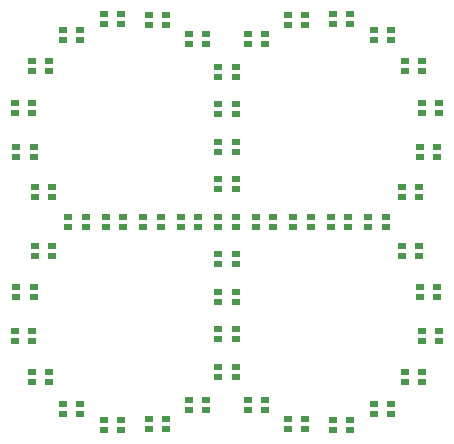
<source format=gbr>
G04 #@! TF.GenerationSoftware,KiCad,Pcbnew,5.0.2+dfsg1-1~bpo9+1*
G04 #@! TF.CreationDate,2019-04-10T18:13:28+03:00*
G04 #@! TF.ProjectId,kicad,6b696361-642e-46b6-9963-61645f706362,rev?*
G04 #@! TF.SameCoordinates,Original*
G04 #@! TF.FileFunction,Paste,Top*
G04 #@! TF.FilePolarity,Positive*
%FSLAX46Y46*%
G04 Gerber Fmt 4.6, Leading zero omitted, Abs format (unit mm)*
G04 Created by KiCad (PCBNEW 5.0.2+dfsg1-1~bpo9+1) date Wed 10 Apr 2019 06:13:28 PM MSK*
%MOMM*%
%LPD*%
G01*
G04 APERTURE LIST*
%ADD10R,0.736100X0.562900*%
G04 APERTURE END LIST*
D10*
G04 #@! TO.C,D49*
X122984000Y-102926000D03*
X122984000Y-103776000D03*
X124434000Y-103776000D03*
X124434000Y-102926000D03*
G04 #@! TD*
G04 #@! TO.C,D48*
X138492852Y-100426333D03*
X138492852Y-101276333D03*
X139942852Y-101276333D03*
X139942852Y-100426333D03*
G04 #@! TD*
G04 #@! TO.C,D47*
X120484333Y-87417147D03*
X120484333Y-88267147D03*
X121934333Y-88267147D03*
X121934333Y-87417147D03*
G04 #@! TD*
G04 #@! TO.C,D46*
X107475147Y-105425666D03*
X107475147Y-106275666D03*
X108925147Y-106275666D03*
X108925147Y-105425666D03*
G04 #@! TD*
G04 #@! TO.C,D45*
X125483666Y-118434852D03*
X125483666Y-119284852D03*
X126933666Y-119284852D03*
X126933666Y-118434852D03*
G04 #@! TD*
G04 #@! TO.C,D44*
X140081919Y-97018568D03*
X140081919Y-97868568D03*
X141531919Y-97868568D03*
X141531919Y-97018568D03*
G04 #@! TD*
G04 #@! TO.C,D43*
X117076568Y-85828080D03*
X117076568Y-86678080D03*
X118526568Y-86678080D03*
X118526568Y-85828080D03*
G04 #@! TD*
G04 #@! TO.C,D42*
X105886080Y-108833431D03*
X105886080Y-109683431D03*
X107336080Y-109683431D03*
X107336080Y-108833431D03*
G04 #@! TD*
G04 #@! TO.C,D41*
X128891431Y-120023919D03*
X128891431Y-120873919D03*
X130341431Y-120873919D03*
X130341431Y-120023919D03*
G04 #@! TD*
G04 #@! TO.C,D40*
X140191279Y-93260107D03*
X140191279Y-94110107D03*
X141641279Y-94110107D03*
X141641279Y-93260107D03*
G04 #@! TD*
G04 #@! TO.C,D39*
X113318107Y-85718720D03*
X113318107Y-86568720D03*
X114768107Y-86568720D03*
X114768107Y-85718720D03*
G04 #@! TD*
G04 #@! TO.C,D38*
X105776720Y-112591892D03*
X105776720Y-113441892D03*
X107226720Y-113441892D03*
X107226720Y-112591892D03*
G04 #@! TD*
G04 #@! TO.C,D37*
X132649892Y-120133279D03*
X132649892Y-120983279D03*
X134099892Y-120983279D03*
X134099892Y-120133279D03*
G04 #@! TD*
G04 #@! TO.C,D36*
X138803045Y-89765712D03*
X138803045Y-90615712D03*
X140253045Y-90615712D03*
X140253045Y-89765712D03*
G04 #@! TD*
G04 #@! TO.C,D35*
X109823712Y-87106954D03*
X109823712Y-87956954D03*
X111273712Y-87956954D03*
X111273712Y-87106954D03*
G04 #@! TD*
G04 #@! TO.C,D34*
X107164954Y-116086287D03*
X107164954Y-116936287D03*
X108614954Y-116936287D03*
X108614954Y-116086287D03*
G04 #@! TD*
G04 #@! TO.C,D33*
X136144287Y-118745045D03*
X136144287Y-119595045D03*
X137594287Y-119595045D03*
X137594287Y-118745045D03*
G04 #@! TD*
G04 #@! TO.C,D32*
X136144287Y-87106954D03*
X136144287Y-87956954D03*
X137594287Y-87956954D03*
X137594287Y-87106954D03*
G04 #@! TD*
G04 #@! TO.C,D31*
X107164954Y-89765712D03*
X107164954Y-90615712D03*
X108614954Y-90615712D03*
X108614954Y-89765712D03*
G04 #@! TD*
G04 #@! TO.C,D30*
X109823712Y-118745045D03*
X109823712Y-119595045D03*
X111273712Y-119595045D03*
X111273712Y-118745045D03*
G04 #@! TD*
G04 #@! TO.C,D29*
X138803045Y-116086287D03*
X138803045Y-116936287D03*
X140253045Y-116936287D03*
X140253045Y-116086287D03*
G04 #@! TD*
G04 #@! TO.C,D28*
X132649892Y-85718720D03*
X132649892Y-86568720D03*
X134099892Y-86568720D03*
X134099892Y-85718720D03*
G04 #@! TD*
G04 #@! TO.C,D27*
X105776720Y-93260107D03*
X105776720Y-94110107D03*
X107226720Y-94110107D03*
X107226720Y-93260107D03*
G04 #@! TD*
G04 #@! TO.C,D26*
X113318107Y-120133279D03*
X113318107Y-120983279D03*
X114768107Y-120983279D03*
X114768107Y-120133279D03*
G04 #@! TD*
G04 #@! TO.C,D25*
X140191279Y-112591892D03*
X140191279Y-113441892D03*
X141641279Y-113441892D03*
X141641279Y-112591892D03*
G04 #@! TD*
G04 #@! TO.C,D24*
X128891431Y-85828080D03*
X128891431Y-86678080D03*
X130341431Y-86678080D03*
X130341431Y-85828080D03*
G04 #@! TD*
G04 #@! TO.C,D23*
X105886080Y-97018568D03*
X105886080Y-97868568D03*
X107336080Y-97868568D03*
X107336080Y-97018568D03*
G04 #@! TD*
G04 #@! TO.C,D22*
X117076568Y-120023919D03*
X117076568Y-120873919D03*
X118526568Y-120873919D03*
X118526568Y-120023919D03*
G04 #@! TD*
G04 #@! TO.C,D21*
X140081919Y-108833431D03*
X140081919Y-109683431D03*
X141531919Y-109683431D03*
X141531919Y-108833431D03*
G04 #@! TD*
G04 #@! TO.C,D20*
X125483666Y-87417147D03*
X125483666Y-88267147D03*
X126933666Y-88267147D03*
X126933666Y-87417147D03*
G04 #@! TD*
G04 #@! TO.C,D19*
X107475147Y-100426333D03*
X107475147Y-101276333D03*
X108925147Y-101276333D03*
X108925147Y-100426333D03*
G04 #@! TD*
G04 #@! TO.C,D18*
X120484333Y-118434852D03*
X120484333Y-119284852D03*
X121934333Y-119284852D03*
X121934333Y-118434852D03*
G04 #@! TD*
G04 #@! TO.C,D17*
X138492852Y-105425666D03*
X138492852Y-106275666D03*
X139942852Y-106275666D03*
X139942852Y-105425666D03*
G04 #@! TD*
G04 #@! TO.C,D16*
X122984000Y-90226000D03*
X122984000Y-91076000D03*
X124434000Y-91076000D03*
X124434000Y-90226000D03*
G04 #@! TD*
G04 #@! TO.C,D15*
X110284000Y-102926000D03*
X110284000Y-103776000D03*
X111734000Y-103776000D03*
X111734000Y-102926000D03*
G04 #@! TD*
G04 #@! TO.C,D14*
X122984000Y-115626000D03*
X122984000Y-116476000D03*
X124434000Y-116476000D03*
X124434000Y-115626000D03*
G04 #@! TD*
G04 #@! TO.C,D13*
X135684000Y-102926000D03*
X135684000Y-103776000D03*
X137134000Y-103776000D03*
X137134000Y-102926000D03*
G04 #@! TD*
G04 #@! TO.C,D12*
X122984000Y-93401000D03*
X122984000Y-94251000D03*
X124434000Y-94251000D03*
X124434000Y-93401000D03*
G04 #@! TD*
G04 #@! TO.C,D11*
X113459000Y-102926000D03*
X113459000Y-103776000D03*
X114909000Y-103776000D03*
X114909000Y-102926000D03*
G04 #@! TD*
G04 #@! TO.C,D10*
X122984000Y-112450999D03*
X122984000Y-113300999D03*
X124434000Y-113300999D03*
X124434000Y-112450999D03*
G04 #@! TD*
G04 #@! TO.C,D9*
X132509000Y-102926000D03*
X132509000Y-103776000D03*
X133959000Y-103776000D03*
X133959000Y-102926000D03*
G04 #@! TD*
G04 #@! TO.C,D8*
X122984000Y-96576000D03*
X122984000Y-97426000D03*
X124434000Y-97426000D03*
X124434000Y-96576000D03*
G04 #@! TD*
G04 #@! TO.C,D7*
X116634000Y-102926000D03*
X116634000Y-103776000D03*
X118084000Y-103776000D03*
X118084000Y-102926000D03*
G04 #@! TD*
G04 #@! TO.C,D6*
X122984000Y-109276000D03*
X122984000Y-110126000D03*
X124434000Y-110126000D03*
X124434000Y-109276000D03*
G04 #@! TD*
G04 #@! TO.C,D5*
X129334000Y-102926000D03*
X129334000Y-103776000D03*
X130784000Y-103776000D03*
X130784000Y-102926000D03*
G04 #@! TD*
G04 #@! TO.C,D4*
X122984000Y-99751000D03*
X122984000Y-100601000D03*
X124434000Y-100601000D03*
X124434000Y-99751000D03*
G04 #@! TD*
G04 #@! TO.C,D3*
X119809000Y-102926000D03*
X119809000Y-103776000D03*
X121259000Y-103776000D03*
X121259000Y-102926000D03*
G04 #@! TD*
G04 #@! TO.C,D2*
X122984000Y-106101000D03*
X122984000Y-106951000D03*
X124434000Y-106951000D03*
X124434000Y-106101000D03*
G04 #@! TD*
G04 #@! TO.C,D1*
X126159000Y-102926000D03*
X126159000Y-103776000D03*
X127609000Y-103776000D03*
X127609000Y-102926000D03*
G04 #@! TD*
M02*

</source>
